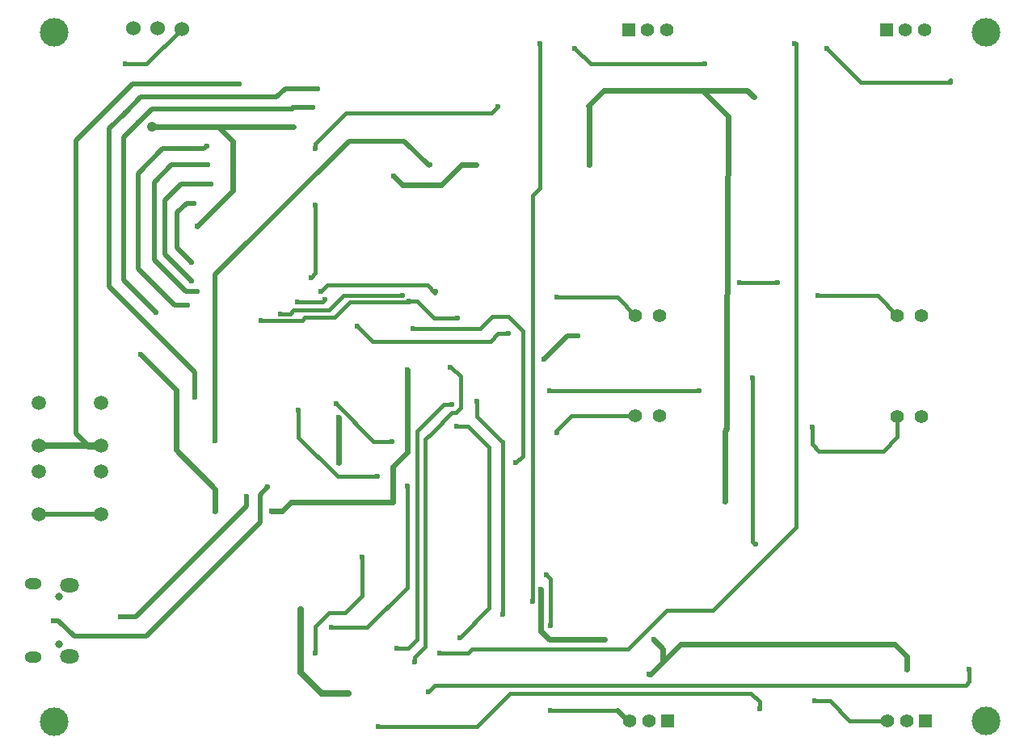
<source format=gbl>
G04*
G04 #@! TF.GenerationSoftware,Altium Limited,Altium Designer,19.1.5 (86)*
G04*
G04 Layer_Physical_Order=2*
G04 Layer_Color=16711680*
%FSLAX25Y25*%
%MOIN*%
G70*
G01*
G75*
%ADD14C,0.02362*%
%ADD64C,0.11811*%
%ADD65C,0.01968*%
%ADD66C,0.03937*%
%ADD67C,0.03150*%
%ADD68C,0.02559*%
%ADD69C,0.01575*%
%ADD74C,0.06000*%
%ADD75C,0.03150*%
%ADD76O,0.07087X0.04528*%
%ADD77O,0.07874X0.05709*%
%ADD78C,0.05575*%
%ADD79C,0.05906*%
%ADD80R,0.05512X0.05512*%
%ADD81C,0.05512*%
%ADD82C,0.02362*%
%ADD83C,0.02756*%
D14*
X267323Y39764D02*
Y44882D01*
X263386Y48819D02*
X267323Y44882D01*
X220472Y48819D02*
X243307D01*
X216929Y52362D02*
X220472Y48819D01*
X216929Y52362D02*
Y69685D01*
X292913Y135039D02*
X293307Y135433D01*
X292913Y105905D02*
Y135039D01*
X293307Y135433D02*
X293701Y135827D01*
Y166535D01*
X294094Y264961D01*
X283465Y275590D02*
X294094Y264961D01*
X283465Y275590D02*
X301969D01*
X255118D02*
X283465D01*
X237008Y269685D02*
X242913Y275590D01*
X236614Y269291D02*
X237008Y269685D01*
Y244882D02*
Y269685D01*
X262205Y34646D02*
X274409Y46850D01*
X261417Y34646D02*
X262205D01*
X248425Y19685D02*
X253091Y15020D01*
X51772Y166732D02*
X66535Y151969D01*
Y127165D02*
Y151969D01*
X113779Y105512D02*
X155905D01*
X110236Y101969D02*
X113779Y105512D01*
X105905Y101969D02*
X110236D01*
X82677D02*
Y111024D01*
X66535Y127165D02*
X82677Y111024D01*
X161811Y141437D02*
Y160236D01*
Y126378D02*
Y141437D01*
X155905Y120472D02*
X161811Y126378D01*
X155905Y105512D02*
Y120472D01*
X274409Y46850D02*
X292126D01*
X362992Y46850D01*
X133465Y140551D02*
X133610Y121844D01*
X362992Y46850D02*
X367717Y42126D01*
Y36614D02*
Y42126D01*
X301969Y275590D02*
X304724Y272835D01*
X242913Y275590D02*
X255118D01*
X79528Y260630D02*
X114961D01*
X159843Y236614D02*
X175984D01*
X156299Y240158D02*
X159843Y236614D01*
X175984D02*
X184252Y244882D01*
X190157D01*
X83859Y260629D02*
X89764Y254724D01*
Y234252D02*
Y254724D01*
X75197Y219685D02*
X89764Y234252D01*
X56692Y260629D02*
X79527D01*
D64*
X400394Y15354D02*
D03*
Y299606D02*
D03*
X16142D02*
D03*
Y14961D02*
D03*
D65*
X25197Y133858D02*
X25197Y255118D01*
X25197Y133858D02*
X30118Y128937D01*
X25197Y255118D02*
X48425Y278346D01*
X45472Y266339D02*
X51968Y272835D01*
X38976Y259842D02*
X45472Y266339D01*
X50787Y262205D02*
X56693Y268110D01*
X44882Y256299D02*
X50787Y262205D01*
X218110Y164567D02*
X227953Y174409D01*
X232283D01*
X160630Y254724D02*
X170866Y244488D01*
X30118Y128937D02*
X30315Y128740D01*
X48425Y278346D02*
X92520D01*
X66929Y210630D02*
X72835Y204724D01*
X61811Y207874D02*
X72835Y196850D01*
X101181Y108661D02*
X104331Y111811D01*
X101181Y97244D02*
Y108661D01*
X54331Y50394D02*
X101181Y97244D01*
X24409Y50394D02*
X54331D01*
X74213Y149016D02*
Y159252D01*
X38976Y194488D02*
X74213Y159252D01*
X38976Y194488D02*
Y259842D01*
X43701Y58268D02*
X50000D01*
X10039Y100591D02*
X35630D01*
X70866Y229134D02*
X74016D01*
X66929Y225197D02*
X70866Y229134D01*
X66929Y210630D02*
Y225197D01*
X68504Y237008D02*
X80709D01*
X61811Y230315D02*
X68504Y237008D01*
X61811Y207874D02*
Y230315D01*
X64567Y244882D02*
X79528D01*
X57480Y237795D02*
X64567Y244882D01*
X57480Y205512D02*
Y237795D01*
X61024Y251575D02*
X77953D01*
X50787Y241339D02*
X61024Y251575D01*
X50787Y201969D02*
Y241339D01*
X51968Y272835D02*
X107874D01*
X111417Y276378D01*
X44882Y197244D02*
X58268Y183858D01*
X44882Y197244D02*
Y256299D01*
X56693Y268110D02*
X114567D01*
X65748Y187008D02*
X71260D01*
X50787Y201969D02*
X65748Y187008D01*
X70473Y192520D02*
X75197D01*
X57480Y205512D02*
X70473Y192520D01*
X82677Y131102D02*
Y199606D01*
X50000Y58268D02*
X95669Y103937D01*
Y107874D01*
X18012Y56791D02*
X24409Y50394D01*
X15846Y56791D02*
X18012D01*
X77953Y251575D02*
X79134Y252756D01*
X114567Y268504D02*
X122835D01*
X111417Y276378D02*
X124803D01*
X137795Y254724D02*
X160630D01*
X82677Y199606D02*
X137795Y254724D01*
D66*
X56692Y260629D02*
X56693Y260630D01*
D67*
X30118Y128937D02*
X35630D01*
D68*
X117717Y60630D02*
Y61417D01*
Y35433D02*
Y60630D01*
Y35433D02*
X126378Y26772D01*
X137402D01*
D69*
X124016Y54331D02*
X129528Y59842D01*
X124016Y43307D02*
Y54331D01*
X170079Y195276D02*
X173228Y192126D01*
X385039Y279134D02*
X385827Y279921D01*
X348819Y279134D02*
X385039D01*
X334842Y293110D02*
X348819Y279134D01*
X170472Y27165D02*
X173228Y29921D01*
X393701Y31496D02*
Y36614D01*
X392126Y29921D02*
X393701Y31496D01*
X173228Y29921D02*
X392126Y29921D01*
X54331Y286614D02*
X68819Y301102D01*
X45472Y286614D02*
X54331D01*
X128740Y195276D02*
X170079D01*
X322047Y294882D02*
X322047Y95276D01*
X287795Y61024D02*
X322047Y95276D01*
X213386Y232283D02*
X213386Y64764D01*
X213386Y232283D02*
X216535Y235433D01*
Y294882D01*
X303543Y26772D02*
X307087Y23228D01*
X204331Y26772D02*
X303543D01*
X190551Y12992D02*
X204331Y26772D01*
X150000Y12992D02*
X190551D01*
X220866Y19685D02*
X248425D01*
X307087Y20472D02*
Y23228D01*
X298819Y196457D02*
X314567D01*
X141339Y178347D02*
X147638Y172047D01*
X196063Y172047D01*
X199213Y175197D01*
X203543D01*
X138189Y188189D02*
X162598D01*
X203543Y182283D02*
X209449Y176378D01*
Y124803D02*
Y176378D01*
X206693Y122047D02*
X209449Y124803D01*
X196850Y182283D02*
X203543D01*
X191929Y177362D02*
X196850Y182283D01*
X164173Y177362D02*
X191929D01*
X219291Y75590D02*
X220866Y74016D01*
Y54724D02*
Y74016D01*
X304331Y89370D02*
X305512Y88189D01*
X304331Y89370D02*
Y157087D01*
X220472Y151575D02*
X282283D01*
X172835Y181496D02*
X182677D01*
X165748Y188583D02*
X172835Y181496D01*
X162598Y188583D02*
X165748D01*
X331102Y190945D02*
X355748D01*
X364016Y182677D01*
X136221Y59842D02*
X143307Y66929D01*
Y83071D01*
X133071Y116142D02*
X149606D01*
X116929Y132283D02*
X133071Y116142D01*
X116929Y132283D02*
Y143701D01*
X131890Y181890D02*
X138189Y188189D01*
X119685Y181890D02*
X131890D01*
X118504Y180709D02*
X119685Y181890D01*
X101575Y180709D02*
X118504D01*
X129528Y185039D02*
X135433Y190945D01*
X159843D01*
X114961Y185039D02*
X129528D01*
X113386Y183465D02*
X114961Y185039D01*
X109449Y183465D02*
X113386D01*
X126772Y188189D02*
X127953Y189370D01*
X116535Y188189D02*
X126772D01*
X126181Y192717D02*
X128740Y195276D01*
X132382Y146358D02*
X148031Y130709D01*
X129528Y59842D02*
X136221D01*
X161811Y70472D02*
Y112205D01*
X145276Y53937D02*
X161811Y70472D01*
X130703Y53937D02*
X145276D01*
X148031Y130709D02*
X155512D01*
X169291Y131496D02*
X172047Y134252D01*
X201181Y62205D02*
Y130315D01*
Y59449D02*
Y62205D01*
X195669Y61811D02*
Y128347D01*
X183465Y49606D02*
X195669Y61811D01*
X190551Y140945D02*
X201181Y130315D01*
Y130709D01*
X124016Y200394D02*
Y228346D01*
X179921Y161417D02*
X183858Y157480D01*
Y144488D02*
Y157480D01*
X181890Y142520D02*
X183858Y144488D01*
X180315Y142520D02*
X181890D01*
X172047Y134252D02*
X180315Y142520D01*
X169291Y46063D02*
Y131496D01*
X164961Y41732D02*
X169291Y46063D01*
X164961Y39764D02*
Y41732D01*
X175197Y43307D02*
X186931D01*
X157480Y45276D02*
X162205D01*
X165748Y48819D01*
X190551Y140945D02*
Y147244D01*
X122047Y198425D02*
X124016Y200394D01*
Y251673D02*
Y253543D01*
X136614Y266142D01*
X165748Y48819D02*
Y135039D01*
X176772Y146063D01*
X358268Y126772D02*
X364016Y132520D01*
Y140945D01*
X268898Y61024D02*
X287795D01*
X252756Y44882D02*
X268898Y61024D01*
X188506Y44882D02*
X252756D01*
X186931Y43307D02*
X188506Y44882D01*
X136614Y266142D02*
X196457Y266142D01*
X199213Y268898D01*
X331496Y126772D02*
X358268D01*
X328740Y129528D02*
X331496Y126772D01*
X328740Y129528D02*
Y136614D01*
X187008Y137008D02*
X195669Y128347D01*
X182283Y137008D02*
X187008D01*
X329921Y23622D02*
X336221D01*
X344370Y15472D01*
X359842D01*
X176772Y146063D02*
X180315D01*
X230906Y293110D02*
X237402Y286614D01*
X284646D01*
X229528Y141339D02*
X256024D01*
X223622Y135433D02*
X229528Y141339D01*
X223622Y134252D02*
Y135433D01*
X248425Y190157D02*
X255906Y182677D01*
X223622Y190157D02*
X248425D01*
D74*
X68819Y301102D02*
D03*
X58819Y301181D02*
D03*
X48819D02*
D03*
D75*
X18307Y46949D02*
D03*
Y66634D02*
D03*
D76*
X7480Y41535D02*
D03*
Y72047D02*
D03*
D77*
X22441Y42126D02*
D03*
Y71457D02*
D03*
D78*
X364016Y182677D02*
D03*
X374016D02*
D03*
X255906D02*
D03*
X265905D02*
D03*
X266024Y141339D02*
D03*
X256024D02*
D03*
X374016Y140945D02*
D03*
X364016D02*
D03*
D79*
X35630Y118307D02*
D03*
Y100591D02*
D03*
X10039D02*
D03*
Y118307D02*
D03*
Y146653D02*
D03*
Y128937D02*
D03*
X35630D02*
D03*
Y146653D02*
D03*
D80*
X359449Y300669D02*
D03*
X253150D02*
D03*
X269291Y15472D02*
D03*
X375591D02*
D03*
D81*
X367323Y300669D02*
D03*
X375197D02*
D03*
X261024D02*
D03*
X268898D02*
D03*
X261417Y15472D02*
D03*
X253543D02*
D03*
X367717D02*
D03*
X359842D02*
D03*
D82*
X263386Y48819D02*
D03*
X243307D02*
D03*
X216929Y69685D02*
D03*
X117717Y60630D02*
D03*
X45472Y286614D02*
D03*
Y266339D02*
D03*
X50787Y262205D02*
D03*
X216535Y294882D02*
D03*
X293701Y166535D02*
D03*
X293307Y135433D02*
D03*
X292913Y105905D02*
D03*
X261417Y34646D02*
D03*
X220866Y19685D02*
D03*
X307087Y20472D02*
D03*
X298819Y196457D02*
D03*
X314567D02*
D03*
X141339Y178347D02*
D03*
X203543Y175197D02*
D03*
X218110Y164567D02*
D03*
X232283Y174409D02*
D03*
X219291Y75590D02*
D03*
X220866Y54724D02*
D03*
X173622Y192520D02*
D03*
X282283Y151575D02*
D03*
X304331Y157087D02*
D03*
X220472Y151575D02*
D03*
X182677Y181496D02*
D03*
X143307Y83071D02*
D03*
X82677Y131102D02*
D03*
X72835Y204724D02*
D03*
X51772Y166732D02*
D03*
X105905Y101969D02*
D03*
X82677D02*
D03*
X161811Y160236D02*
D03*
X155905Y105512D02*
D03*
X149606Y116142D02*
D03*
X161811Y141437D02*
D03*
X116929Y143701D02*
D03*
X74213Y149016D02*
D03*
X58268Y183858D02*
D03*
X162598Y188583D02*
D03*
X159843Y190945D02*
D03*
X101575Y180709D02*
D03*
X71260Y187008D02*
D03*
X109449Y183465D02*
D03*
X75197Y192520D02*
D03*
X72835Y196850D02*
D03*
X127953Y189370D02*
D03*
X116535Y188189D02*
D03*
X95669Y107874D02*
D03*
X43701Y58268D02*
D03*
X104331Y111811D02*
D03*
X133465Y140551D02*
D03*
X133610Y121844D02*
D03*
X161811Y112205D02*
D03*
X130703Y53937D02*
D03*
X124016Y43307D02*
D03*
X132382Y146358D02*
D03*
X213622Y64764D02*
D03*
X206693Y122047D02*
D03*
X150000Y12992D02*
D03*
X179528Y161417D02*
D03*
X164961Y39764D02*
D03*
X175197Y43307D02*
D03*
X157480Y45276D02*
D03*
X201181Y59449D02*
D03*
X190551Y147244D02*
D03*
X170472Y27362D02*
D03*
X124016Y228346D02*
D03*
Y251673D02*
D03*
X122047Y198425D02*
D03*
X126181Y192717D02*
D03*
X164173Y177362D02*
D03*
X15846Y56791D02*
D03*
X137402Y26772D02*
D03*
X367717Y36614D02*
D03*
X292126Y46850D02*
D03*
X304724Y272835D02*
D03*
X237008Y244882D02*
D03*
X255118Y275590D02*
D03*
X114961Y260630D02*
D03*
X156299Y240158D02*
D03*
X190157Y244882D02*
D03*
X75197Y219685D02*
D03*
X56299Y260629D02*
D03*
X79528Y260630D02*
D03*
X122835Y268504D02*
D03*
X124803Y276378D02*
D03*
X74016Y229134D02*
D03*
X80709Y237008D02*
D03*
X79528Y244882D02*
D03*
X79134Y252756D02*
D03*
X305512Y88189D02*
D03*
X329921Y23622D02*
D03*
X199213Y268898D02*
D03*
X171260Y244882D02*
D03*
X92520Y278346D02*
D03*
X155512Y130709D02*
D03*
X393701Y36614D02*
D03*
X180315Y146063D02*
D03*
X284646Y286614D02*
D03*
X230906Y293110D02*
D03*
X183465Y49606D02*
D03*
X182283Y137008D02*
D03*
X321654Y294882D02*
D03*
X334842Y293110D02*
D03*
X385827Y279134D02*
D03*
X328740Y136614D02*
D03*
X223622Y134252D02*
D03*
Y190157D02*
D03*
X331102Y190945D02*
D03*
D83*
X10039Y128937D02*
X30118D01*
M02*

</source>
